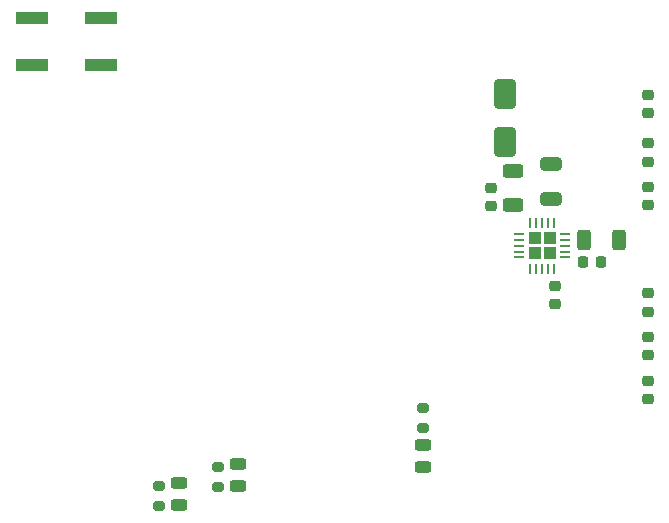
<source format=gbr>
%TF.GenerationSoftware,KiCad,Pcbnew,8.0.6*%
%TF.CreationDate,2024-12-12T11:47:03+01:00*%
%TF.ProjectId,TUSS4470_shield,54555353-3434-4373-905f-736869656c64,rev?*%
%TF.SameCoordinates,Original*%
%TF.FileFunction,Paste,Top*%
%TF.FilePolarity,Positive*%
%FSLAX46Y46*%
G04 Gerber Fmt 4.6, Leading zero omitted, Abs format (unit mm)*
G04 Created by KiCad (PCBNEW 8.0.6) date 2024-12-12 11:47:03*
%MOMM*%
%LPD*%
G01*
G04 APERTURE LIST*
G04 Aperture macros list*
%AMRoundRect*
0 Rectangle with rounded corners*
0 $1 Rounding radius*
0 $2 $3 $4 $5 $6 $7 $8 $9 X,Y pos of 4 corners*
0 Add a 4 corners polygon primitive as box body*
4,1,4,$2,$3,$4,$5,$6,$7,$8,$9,$2,$3,0*
0 Add four circle primitives for the rounded corners*
1,1,$1+$1,$2,$3*
1,1,$1+$1,$4,$5*
1,1,$1+$1,$6,$7*
1,1,$1+$1,$8,$9*
0 Add four rect primitives between the rounded corners*
20,1,$1+$1,$2,$3,$4,$5,0*
20,1,$1+$1,$4,$5,$6,$7,0*
20,1,$1+$1,$6,$7,$8,$9,0*
20,1,$1+$1,$8,$9,$2,$3,0*%
G04 Aperture macros list end*
%ADD10RoundRect,0.250000X0.312500X0.625000X-0.312500X0.625000X-0.312500X-0.625000X0.312500X-0.625000X0*%
%ADD11RoundRect,0.243750X0.456250X-0.243750X0.456250X0.243750X-0.456250X0.243750X-0.456250X-0.243750X0*%
%ADD12RoundRect,0.249999X-0.290001X-0.290001X0.290001X-0.290001X0.290001X0.290001X-0.290001X0.290001X0*%
%ADD13RoundRect,0.062500X-0.350000X-0.062500X0.350000X-0.062500X0.350000X0.062500X-0.350000X0.062500X0*%
%ADD14RoundRect,0.062500X-0.062500X-0.350000X0.062500X-0.350000X0.062500X0.350000X-0.062500X0.350000X0*%
%ADD15RoundRect,0.250000X0.650000X-1.000000X0.650000X1.000000X-0.650000X1.000000X-0.650000X-1.000000X0*%
%ADD16RoundRect,0.225000X0.225000X0.250000X-0.225000X0.250000X-0.225000X-0.250000X0.225000X-0.250000X0*%
%ADD17RoundRect,0.225000X0.250000X-0.225000X0.250000X0.225000X-0.250000X0.225000X-0.250000X-0.225000X0*%
%ADD18RoundRect,0.243750X-0.456250X0.243750X-0.456250X-0.243750X0.456250X-0.243750X0.456250X0.243750X0*%
%ADD19RoundRect,0.200000X0.275000X-0.200000X0.275000X0.200000X-0.275000X0.200000X-0.275000X-0.200000X0*%
%ADD20RoundRect,0.250000X0.650000X-0.325000X0.650000X0.325000X-0.650000X0.325000X-0.650000X-0.325000X0*%
%ADD21RoundRect,0.250000X0.625000X-0.312500X0.625000X0.312500X-0.625000X0.312500X-0.625000X-0.312500X0*%
%ADD22R,2.800000X1.000000*%
G04 APERTURE END LIST*
D10*
%TO.C,R2*%
X118962500Y-57000000D03*
X116037500Y-57000000D03*
%TD*%
D11*
%TO.C,D2*%
X102400000Y-76237500D03*
X102400000Y-74362500D03*
%TD*%
D12*
%TO.C,U1*%
X111837500Y-56875000D03*
X111837500Y-58125000D03*
X113087500Y-56875000D03*
X113087500Y-58125000D03*
D13*
X110525000Y-56500000D03*
X110525000Y-57000000D03*
X110525000Y-57500000D03*
X110525000Y-58000000D03*
X110525000Y-58500000D03*
D14*
X111462500Y-59437500D03*
X111962500Y-59437500D03*
X112462500Y-59437500D03*
X112962500Y-59437500D03*
X113462500Y-59437500D03*
D13*
X114400000Y-58500000D03*
X114400000Y-58000000D03*
X114400000Y-57500000D03*
X114400000Y-57000000D03*
X114400000Y-56500000D03*
D14*
X113462500Y-55562500D03*
X112962500Y-55562500D03*
X112462500Y-55562500D03*
X111962500Y-55562500D03*
X111462500Y-55562500D03*
%TD*%
D15*
%TO.C,D1*%
X109300000Y-48700000D03*
X109300000Y-44700000D03*
%TD*%
D16*
%TO.C,C5*%
X117475000Y-58900000D03*
X115925000Y-58900000D03*
%TD*%
D17*
%TO.C,C2*%
X121400000Y-66775000D03*
X121400000Y-65225000D03*
%TD*%
%TO.C,C8*%
X113500000Y-62475000D03*
X113500000Y-60925000D03*
%TD*%
D18*
%TO.C,D3*%
X86700000Y-75962500D03*
X86700000Y-77837500D03*
%TD*%
%TO.C,D4*%
X81700000Y-77562500D03*
X81700000Y-79437500D03*
%TD*%
D19*
%TO.C,R3*%
X102400000Y-72925000D03*
X102400000Y-71275000D03*
%TD*%
D20*
%TO.C,C6*%
X113200000Y-53575000D03*
X113200000Y-50625000D03*
%TD*%
D17*
%TO.C,C10*%
X121400000Y-63100000D03*
X121400000Y-61550000D03*
%TD*%
%TO.C,C9*%
X121400000Y-54075000D03*
X121400000Y-52525000D03*
%TD*%
%TO.C,C1*%
X121400000Y-46275000D03*
X121400000Y-44725000D03*
%TD*%
D19*
%TO.C,R4*%
X85000000Y-77925000D03*
X85000000Y-76275000D03*
%TD*%
D21*
%TO.C,R1*%
X110000000Y-54062500D03*
X110000000Y-51137500D03*
%TD*%
D19*
%TO.C,R5*%
X80000000Y-79525000D03*
X80000000Y-77875000D03*
%TD*%
D17*
%TO.C,C3*%
X121400000Y-50375000D03*
X121400000Y-48825000D03*
%TD*%
%TO.C,C7*%
X108100000Y-54175000D03*
X108100000Y-52625000D03*
%TD*%
D22*
%TO.C,SW1*%
X69300000Y-38200000D03*
X75100000Y-38200000D03*
X69300000Y-42200000D03*
X75100000Y-42200000D03*
%TD*%
D17*
%TO.C,C4*%
X121400000Y-70500000D03*
X121400000Y-68950000D03*
%TD*%
M02*

</source>
